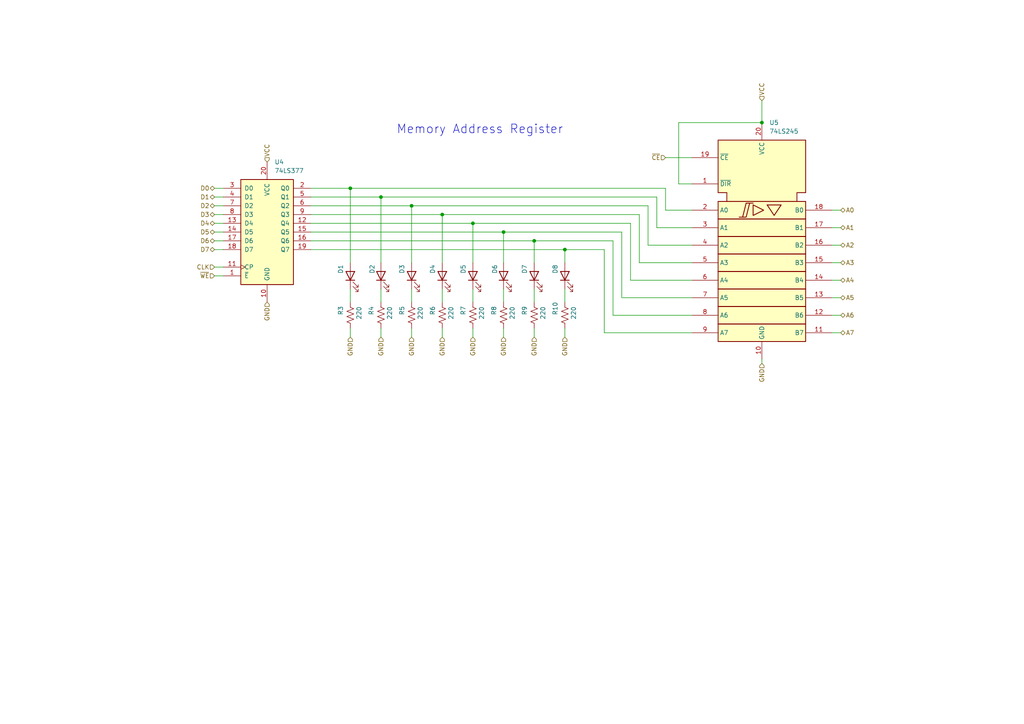
<source format=kicad_sch>
(kicad_sch (version 20250114) (generator "eeschema") (generator_version "9.0")
  (paper "A4")
  (lib_symbols
    (symbol "74xx:74LS377" (pin_names (offset 1.016))
      (property "Reference" "U" (at -7.62 16.51 0))
      (property "Value" "74LS377" (at -7.62 -16.51 0))
      (symbol "74LS377_1_0"
        (pin input line (at -12.7 12.7 0) (length 5.08) (name "D0") (number "3"))
        (pin input line (at -12.7 10.16 0) (length 5.08) (name "D1") (number "4"))
        (pin input line (at -12.7 7.62 0) (length 5.08) (name "D2") (number "7"))
        (pin input line (at -12.7 5.08 0) (length 5.08) (name "D3") (number "8"))
        (pin input line (at -12.7 2.54 0) (length 5.08) (name "D4") (number "13"))
        (pin input line (at -12.7 0 0) (length 5.08) (name "D5") (number "14"))
        (pin input line (at -12.7 -2.54 0) (length 5.08) (name "D6") (number "17"))
        (pin input line (at -12.7 -5.08 0) (length 5.08) (name "D7") (number "18"))
        (pin input clock (at -12.7 -10.16 0) (length 5.08) (name "CP") (number "11"))
        (pin input line (at -12.7 -12.7 0) (length 5.08) (name "~{E}") (number "1"))
        (pin power_in line (at 0 20.32 270) (length 5.08) (name "VCC") (number "20"))
        (pin power_in line (at 0 -20.32 90) (length 5.08) (name "GND") (number "10"))
        (pin output line (at 12.7 12.7 180) (length 5.08) (name "Q0") (number "2"))
        (pin output line (at 12.7 10.16 180) (length 5.08) (name "Q1") (number "5"))
        (pin output line (at 12.7 7.62 180) (length 5.08) (name "Q2") (number "6"))
        (pin output line (at 12.7 5.08 180) (length 5.08) (name "Q3") (number "9"))
        (pin output line (at 12.7 2.54 180) (length 5.08) (name "Q4") (number "12"))
        (pin output line (at 12.7 0 180) (length 5.08) (name "Q5") (number "15"))
        (pin output line (at 12.7 -2.54 180) (length 5.08) (name "Q6") (number "16"))
        (pin output line (at 12.7 -5.08 180) (length 5.08) (name "Q7") (number "19"))
      )
      (symbol "74LS377_1_1"
        (rectangle (start -7.62 15.24) (end 7.62 -15.24) (stroke (width 0.254)) (fill (type background)))
      )
    )
    (symbol "74xx_IEEE:74LS245"
      (property "Reference" "U" (at 15.24 25.4 0))
      (property "Value" "74LS245" (at 5.08 -30.48 0))
      (symbol "74LS245_0_0"
        (polyline (pts (xy -6.604 10.668) (xy -4.572 10.668) (xy -3.556 14.732) (xy -2.54 14.732) (xy -4.572 14.732) (xy -5.588 10.668) (xy -5.588 10.668)) (stroke (width 0.254)) (fill (type background)))
        (polyline (pts (xy -2.54 14.224) (xy -2.54 11.176) (xy 0.508 12.7) (xy -2.54 14.224) (xy -2.54 14.224)) (stroke (width 0.254)) (fill (type background)))
        (polyline (pts (xy 1.524 14.224) (xy 5.588 14.224) (xy 3.556 11.176) (xy 1.524 14.224) (xy 1.524 14.224)) (stroke (width 0.254)) (fill (type background)))
        (pin power_in line (at 0 38.1 270) (length 5.08) (name "VCC") (number "20"))
        (pin power_in line (at 0 -30.48 90) (length 5.08) (name "GND") (number "10"))
      )
      (symbol "74LS245_0_1"
        (rectangle (start -12.7 15.24) (end 12.7 10.16) (stroke (width 0.254)) (fill (type background)))
        (rectangle (start -12.7 10.16) (end 12.7 5.08) (stroke (width 0.254)) (fill (type background)))
        (rectangle (start -12.7 5.08) (end 12.7 0) (stroke (width 0.254)) (fill (type background)))
        (rectangle (start -12.7 0) (end 12.7 -5.08) (stroke (width 0.254)) (fill (type background)))
        (rectangle (start -12.7 -5.08) (end 12.7 -10.16) (stroke (width 0.254)) (fill (type background)))
        (rectangle (start -12.7 -10.16) (end 12.7 -15.24) (stroke (width 0.254)) (fill (type background)))
        (rectangle (start -12.7 -15.24) (end 12.7 -20.32) (stroke (width 0.254)) (fill (type background)))
        (rectangle (start -12.7 -20.32) (end 12.7 -25.4) (stroke (width 0.254)) (fill (type background)))
        (polyline (pts (xy -10.16 15.24) (xy -10.16 17.78) (xy -12.7 17.78) (xy -12.7 33.02) (xy 12.7 33.02) (xy 12.7 17.78) (xy 10.16 17.78) (xy 10.16 15.24) (xy 10.16 15.24)) (stroke (width 0.254)) (fill (type background)))
      )
      (symbol "74LS245_1_1"
        (pin input line (at -20.32 27.94 0) (length 7.62) (name "~{CE}") (number "19"))
        (pin input line (at -20.32 20.32 0) (length 7.62) (name "~{DIR}") (number "1"))
        (pin tri_state line (at -20.32 12.7 0) (length 7.62) (name "A0") (number "2"))
        (pin tri_state line (at -20.32 7.62 0) (length 7.62) (name "A1") (number "3"))
        (pin tri_state line (at -20.32 2.54 0) (length 7.62) (name "A2") (number "4"))
        (pin tri_state line (at -20.32 -2.54 0) (length 7.62) (name "A3") (number "5"))
        (pin tri_state line (at -20.32 -7.62 0) (length 7.62) (name "A4") (number "6"))
        (pin tri_state line (at -20.32 -12.7 0) (length 7.62) (name "A5") (number "7"))
        (pin tri_state line (at -20.32 -17.78 0) (length 7.62) (name "A6") (number "8"))
        (pin tri_state line (at -20.32 -22.86 0) (length 7.62) (name "A7") (number "9"))
        (pin tri_state line (at 20.32 12.7 180) (length 7.62) (name "B0") (number "18"))
        (pin tri_state line (at 20.32 7.62 180) (length 7.62) (name "B1") (number "17"))
        (pin tri_state line (at 20.32 2.54 180) (length 7.62) (name "B2") (number "16"))
        (pin tri_state line (at 20.32 -2.54 180) (length 7.62) (name "B3") (number "15"))
        (pin tri_state line (at 20.32 -7.62 180) (length 7.62) (name "B4") (number "14"))
        (pin tri_state line (at 20.32 -12.7 180) (length 7.62) (name "B5") (number "13"))
        (pin tri_state line (at 20.32 -17.78 180) (length 7.62) (name "B6") (number "12"))
        (pin tri_state line (at 20.32 -22.86 180) (length 7.62) (name "B7") (number "11"))
      )
    )
    (symbol "Device:LED" (pin_numbers (hide yes)) (pin_names (offset 1.016) (hide yes))
      (property "Reference" "D" (at 0 2.54 0))
      (property "Value" "LED" (at 0 -2.54 0))
      (symbol "LED_0_1"
        (polyline (pts (xy -3.048 -0.762) (xy -4.572 -2.286) (xy -3.81 -2.286) (xy -4.572 -2.286) (xy -4.572 -1.524)))
        (polyline (pts (xy -1.778 -0.762) (xy -3.302 -2.286) (xy -2.54 -2.286) (xy -3.302 -2.286) (xy -3.302 -1.524)))
        (polyline (pts (xy -1.27 0) (xy 1.27 0)))
        (polyline (pts (xy -1.27 -1.27) (xy -1.27 1.27)) (stroke (width 0.254)))
        (polyline (pts (xy 1.27 -1.27) (xy 1.27 1.27) (xy -1.27 0) (xy 1.27 -1.27)) (stroke (width 0.254)))
      )
      (symbol "LED_1_1"
        (pin passive line (at -3.81 0 0) (length 2.54) (name "K") (number "1"))
        (pin passive line (at 3.81 0 180) (length 2.54) (name "A") (number "2"))
      )
    )
    (symbol "Device:R_US" (pin_numbers (hide yes)) (pin_names (offset 0))
      (property "Reference" "R" (at 2.54 0 90))
      (property "Value" "R_US" (at -2.54 0 90))
      (symbol "R_US_0_1"
        (polyline (pts (xy 0 2.286) (xy 0 2.54)))
        (polyline (pts (xy 0 2.286) (xy 1.016 1.905) (xy 0 1.524) (xy -1.016 1.143) (xy 0 0.762)))
        (polyline (pts (xy 0 0.762) (xy 1.016 0.381) (xy 0 0) (xy -1.016 -0.381) (xy 0 -0.762)))
        (polyline (pts (xy 0 -0.762) (xy 1.016 -1.143) (xy 0 -1.524) (xy -1.016 -1.905) (xy 0 -2.286)))
        (polyline (pts (xy 0 -2.286) (xy 0 -2.54)))
      )
      (symbol "R_US_1_1"
        (pin passive line (at 0 3.81 270) (length 1.27) (name "~") (number "1"))
        (pin passive line (at 0 -3.81 90) (length 1.27) (name "~") (number "2"))
      )
    )
  )
  (text "Memory Address Register" (at 139.192 37.592 0) (effects (font (size 2.54 2.54))))
  (junction (at 137.16 64.77))
  (junction (at 101.6 54.61))
  (junction (at 110.49 57.15))
  (junction (at 220.98 35.56))
  (junction (at 128.27 62.23))
  (junction (at 119.38 59.69))
  (junction (at 146.05 67.31))
  (junction (at 154.94 69.85))
  (junction (at 163.83 72.39))
  (wire (pts (xy 241.3 96.52) (xy 243.84 96.52)))
  (wire (pts (xy 175.26 96.52) (xy 200.66 96.52)))
  (wire (pts (xy 154.94 87.63) (xy 154.94 83.82)))
  (wire (pts (xy 146.05 67.31) (xy 146.05 76.2)))
  (wire (pts (xy 128.27 62.23) (xy 185.42 62.23)))
  (wire (pts (xy 182.88 81.28) (xy 200.66 81.28)))
  (wire (pts (xy 182.88 64.77) (xy 182.88 81.28)))
  (wire (pts (xy 241.3 81.28) (xy 243.84 81.28)))
  (wire (pts (xy 128.27 87.63) (xy 128.27 83.82)))
  (wire (pts (xy 62.23 54.61) (xy 64.77 54.61)))
  (wire (pts (xy 154.94 69.85) (xy 154.94 76.2)))
  (wire (pts (xy 220.98 29.21) (xy 220.98 35.56)))
  (wire (pts (xy 220.98 35.56) (xy 196.85 35.56)))
  (wire (pts (xy 187.96 59.69) (xy 187.96 71.12)))
  (wire (pts (xy 119.38 87.63) (xy 119.38 83.82)))
  (wire (pts (xy 101.6 87.63) (xy 101.6 83.82)))
  (wire (pts (xy 241.3 60.96) (xy 243.84 60.96)))
  (wire (pts (xy 110.49 57.15) (xy 110.49 76.2)))
  (wire (pts (xy 90.17 69.85) (xy 154.94 69.85)))
  (wire (pts (xy 196.85 53.34) (xy 200.66 53.34)))
  (wire (pts (xy 193.04 60.96) (xy 200.66 60.96)))
  (wire (pts (xy 119.38 97.79) (xy 119.38 95.25)))
  (wire (pts (xy 119.38 59.69) (xy 187.96 59.69)))
  (wire (pts (xy 175.26 72.39) (xy 175.26 96.52)))
  (wire (pts (xy 128.27 62.23) (xy 128.27 76.2)))
  (wire (pts (xy 62.23 67.31) (xy 64.77 67.31)))
  (wire (pts (xy 62.23 69.85) (xy 64.77 69.85)))
  (wire (pts (xy 110.49 57.15) (xy 190.5 57.15)))
  (wire (pts (xy 90.17 72.39) (xy 163.83 72.39)))
  (wire (pts (xy 90.17 64.77) (xy 137.16 64.77)))
  (wire (pts (xy 241.3 76.2) (xy 243.84 76.2)))
  (wire (pts (xy 137.16 97.79) (xy 137.16 95.25)))
  (wire (pts (xy 137.16 87.63) (xy 137.16 83.82)))
  (wire (pts (xy 146.05 67.31) (xy 180.34 67.31)))
  (wire (pts (xy 177.8 91.44) (xy 200.66 91.44)))
  (wire (pts (xy 241.3 71.12) (xy 243.84 71.12)))
  (wire (pts (xy 163.83 87.63) (xy 163.83 83.82)))
  (wire (pts (xy 163.83 97.79) (xy 163.83 95.25)))
  (wire (pts (xy 190.5 57.15) (xy 190.5 66.04)))
  (wire (pts (xy 146.05 87.63) (xy 146.05 83.82)))
  (wire (pts (xy 62.23 62.23) (xy 64.77 62.23)))
  (wire (pts (xy 177.8 69.85) (xy 177.8 91.44)))
  (wire (pts (xy 62.23 64.77) (xy 64.77 64.77)))
  (wire (pts (xy 137.16 64.77) (xy 137.16 76.2)))
  (wire (pts (xy 193.04 45.72) (xy 200.66 45.72)))
  (wire (pts (xy 90.17 67.31) (xy 146.05 67.31)))
  (wire (pts (xy 101.6 54.61) (xy 101.6 76.2)))
  (wire (pts (xy 62.23 57.15) (xy 64.77 57.15)))
  (wire (pts (xy 62.23 80.01) (xy 64.77 80.01)))
  (wire (pts (xy 196.85 35.56) (xy 196.85 53.34)))
  (wire (pts (xy 90.17 62.23) (xy 128.27 62.23)))
  (wire (pts (xy 119.38 59.69) (xy 119.38 76.2)))
  (wire (pts (xy 241.3 66.04) (xy 243.84 66.04)))
  (wire (pts (xy 241.3 86.36) (xy 243.84 86.36)))
  (wire (pts (xy 62.23 59.69) (xy 64.77 59.69)))
  (wire (pts (xy 128.27 97.79) (xy 128.27 95.25)))
  (wire (pts (xy 185.42 62.23) (xy 185.42 76.2)))
  (wire (pts (xy 90.17 57.15) (xy 110.49 57.15)))
  (wire (pts (xy 187.96 71.12) (xy 200.66 71.12)))
  (wire (pts (xy 154.94 97.79) (xy 154.94 95.25)))
  (wire (pts (xy 180.34 86.36) (xy 200.66 86.36)))
  (wire (pts (xy 163.83 72.39) (xy 175.26 72.39)))
  (wire (pts (xy 163.83 72.39) (xy 163.83 76.2)))
  (wire (pts (xy 101.6 54.61) (xy 193.04 54.61)))
  (wire (pts (xy 62.23 77.47) (xy 64.77 77.47)))
  (wire (pts (xy 185.42 76.2) (xy 200.66 76.2)))
  (wire (pts (xy 62.23 72.39) (xy 64.77 72.39)))
  (wire (pts (xy 190.5 66.04) (xy 200.66 66.04)))
  (wire (pts (xy 90.17 59.69) (xy 119.38 59.69)))
  (wire (pts (xy 220.98 104.14) (xy 220.98 105.41)))
  (wire (pts (xy 110.49 97.79) (xy 110.49 95.25)))
  (wire (pts (xy 193.04 54.61) (xy 193.04 60.96)))
  (wire (pts (xy 101.6 97.79) (xy 101.6 95.25)))
  (wire (pts (xy 137.16 64.77) (xy 182.88 64.77)))
  (wire (pts (xy 241.3 91.44) (xy 243.84 91.44)))
  (wire (pts (xy 90.17 54.61) (xy 101.6 54.61)))
  (wire (pts (xy 154.94 69.85) (xy 177.8 69.85)))
  (wire (pts (xy 146.05 97.79) (xy 146.05 95.25)))
  (wire (pts (xy 110.49 87.63) (xy 110.49 83.82)))
  (wire (pts (xy 180.34 67.31) (xy 180.34 86.36)))
  (hierarchical_label "A0" (shape tri_state) (at 243.84 60.96 0))
  (hierarchical_label "D2" (shape tri_state) (at 62.23 59.69 180))
  (hierarchical_label "GND" (shape input) (at 77.47 87.63 270))
  (hierarchical_label "CLK" (shape input) (at 62.23 77.47 180))
  (hierarchical_label "GND" (shape input) (at 101.6 97.79 270))
  (hierarchical_label "~{WE}" (shape input) (at 62.23 80.01 180))
  (hierarchical_label "GND" (shape input) (at 163.83 97.79 270))
  (hierarchical_label "D6" (shape tri_state) (at 62.23 69.85 180))
  (hierarchical_label "GND" (shape input) (at 119.38 97.79 270))
  (hierarchical_label "A1" (shape tri_state) (at 243.84 66.04 0))
  (hierarchical_label "D3" (shape tri_state) (at 62.23 62.23 180))
  (hierarchical_label "VCC" (shape input) (at 220.98 29.21 90))
  (hierarchical_label "D4" (shape tri_state) (at 62.23 64.77 180))
  (hierarchical_label "A3" (shape tri_state) (at 243.84 76.2 0))
  (hierarchical_label "GND" (shape input) (at 220.98 105.41 270))
  (hierarchical_label "GND" (shape input) (at 146.05 97.79 270))
  (hierarchical_label "A5" (shape tri_state) (at 243.84 86.36 0))
  (hierarchical_label "A7" (shape tri_state) (at 243.84 96.52 0))
  (hierarchical_label "GND" (shape input) (at 154.94 97.79 270))
  (hierarchical_label "~{CE}" (shape input) (at 193.04 45.72 180))
  (hierarchical_label "A4" (shape tri_state) (at 243.84 81.28 0))
  (hierarchical_label "D0" (shape tri_state) (at 62.23 54.61 180))
  (hierarchical_label "GND" (shape input) (at 110.49 97.79 270))
  (hierarchical_label "GND" (shape input) (at 128.27 97.79 270))
  (hierarchical_label "A2" (shape tri_state) (at 243.84 71.12 0))
  (hierarchical_label "GND" (shape input) (at 137.16 97.79 270))
  (hierarchical_label "VCC" (shape input) (at 77.47 46.99 90))
  (hierarchical_label "D5" (shape tri_state) (at 62.23 67.31 180))
  (hierarchical_label "D7" (shape tri_state) (at 62.23 72.39 180))
  (hierarchical_label "D1" (shape tri_state) (at 62.23 57.15 180))
  (hierarchical_label "A6" (shape tri_state) (at 243.84 91.44 0))
  (symbol (lib_id "74xx_IEEE:74LS245") (at 220.98 73.66 0) (unit 1)
    (property "Reference" "U5" (at 223.1233 35.56 0) (effects (justify left)))
    (property "Value" "74LS245" (at 223.1233 38.1 0) (effects (justify left)))
    (property "Footprint" "Package_DIP:DIP-20_W7.62mm" (effects (hide yes)))
    (instances (project "03_Memory" (path "" (reference "U5") (unit 1)) (path "" (reference "U7") (unit 1))))
  )
  (symbol (lib_id "Device:LED") (at 163.83 80.01 90) (unit 1)
    (property "Reference" "D8" (at 161.036 76.708 0) (effects (justify right)))
    (property "Value" "LED" (effects (hide yes)))
    (property "Footprint" "LED_THT:LED_D3.0mm" (effects (hide yes)))
    (property "Description" "Light emitting diode" (effects (hide yes)))
    (property "Sim.Pins" "1=K 2=A" (effects (hide yes)))
    (instances (project "03_Memory" (path "" (reference "D8") (unit 1)) (path "" (reference "D16") (unit 1))))
  )
  (symbol (lib_id "Device:R_US") (at 101.6 91.44 0) (unit 1)
    (property "Reference" "R3" (at 98.806 91.44 90) (effects (justify left)))
    (property "Value" "220" (at 104.14 92.7099 90) (effects (justify left)))
    (property "Footprint" "Resistor_THT:R_Axial_DIN0207_L6.3mm_D2.5mm_P10.16mm_Horizontal" (effects (hide yes)))
    (property "Description" "Resistor, US symbol" (effects (hide yes)))
    (instances (project "03_Memory" (path "" (reference "R3") (unit 1)) (path "" (reference "R11") (unit 1))))
  )
  (symbol (lib_id "Device:R_US") (at 110.49 91.44 0) (unit 1)
    (property "Reference" "R4" (at 107.696 91.44 90) (effects (justify left)))
    (property "Value" "220" (at 113.03 92.7099 90) (effects (justify left)))
    (property "Footprint" "Resistor_THT:R_Axial_DIN0207_L6.3mm_D2.5mm_P10.16mm_Horizontal" (effects (hide yes)))
    (property "Description" "Resistor, US symbol" (effects (hide yes)))
    (instances (project "03_Memory" (path "" (reference "R4") (unit 1)) (path "" (reference "R12") (unit 1))))
  )
  (symbol (lib_id "Device:LED") (at 137.16 80.01 90) (unit 1)
    (property "Reference" "D5" (at 134.366 76.708 0) (effects (justify right)))
    (property "Value" "LED" (effects (hide yes)))
    (property "Footprint" "LED_THT:LED_D3.0mm" (effects (hide yes)))
    (property "Description" "Light emitting diode" (effects (hide yes)))
    (property "Sim.Pins" "1=K 2=A" (effects (hide yes)))
    (instances (project "03_Memory" (path "" (reference "D5") (unit 1)) (path "" (reference "D13") (unit 1))))
  )
  (symbol (lib_id "Device:R_US") (at 128.27 91.44 0) (unit 1)
    (property "Reference" "R6" (at 125.476 91.44 90) (effects (justify left)))
    (property "Value" "220" (at 130.81 92.7099 90) (effects (justify left)))
    (property "Footprint" "Resistor_THT:R_Axial_DIN0207_L6.3mm_D2.5mm_P10.16mm_Horizontal" (effects (hide yes)))
    (property "Description" "Resistor, US symbol" (effects (hide yes)))
    (instances (project "03_Memory" (path "" (reference "R6") (unit 1)) (path "" (reference "R14") (unit 1))))
  )
  (symbol (lib_id "Device:R_US") (at 146.05 91.44 0) (unit 1)
    (property "Reference" "R8" (at 143.256 91.44 90) (effects (justify left)))
    (property "Value" "220" (at 148.59 92.7099 90) (effects (justify left)))
    (property "Footprint" "Resistor_THT:R_Axial_DIN0207_L6.3mm_D2.5mm_P10.16mm_Horizontal" (effects (hide yes)))
    (property "Description" "Resistor, US symbol" (effects (hide yes)))
    (instances (project "03_Memory" (path "" (reference "R8") (unit 1)) (path "" (reference "R16") (unit 1))))
  )
  (symbol (lib_id "Device:R_US") (at 154.94 91.44 0) (unit 1)
    (property "Reference" "R9" (at 152.146 91.44 90) (effects (justify left)))
    (property "Value" "220" (at 157.48 92.7099 90) (effects (justify left)))
    (property "Footprint" "Resistor_THT:R_Axial_DIN0207_L6.3mm_D2.5mm_P10.16mm_Horizontal" (effects (hide yes)))
    (property "Description" "Resistor, US symbol" (effects (hide yes)))
    (instances (project "03_Memory" (path "" (reference "R9") (unit 1)) (path "" (reference "R17") (unit 1))))
  )
  (symbol (lib_id "Device:LED") (at 146.05 80.01 90) (unit 1)
    (property "Reference" "D6" (at 143.51 76.708 0) (effects (justify right)))
    (property "Value" "LED" (effects (hide yes)))
    (property "Footprint" "LED_THT:LED_D3.0mm" (effects (hide yes)))
    (property "Description" "Light emitting diode" (effects (hide yes)))
    (property "Sim.Pins" "1=K 2=A" (effects (hide yes)))
    (instances (project "03_Memory" (path "" (reference "D6") (unit 1)) (path "" (reference "D14") (unit 1))))
  )
  (symbol (lib_id "Device:R_US") (at 137.16 91.44 0) (unit 1)
    (property "Reference" "R7" (at 134.366 91.44 90) (effects (justify left)))
    (property "Value" "220" (at 139.7 92.7099 90) (effects (justify left)))
    (property "Footprint" "Resistor_THT:R_Axial_DIN0207_L6.3mm_D2.5mm_P10.16mm_Horizontal" (effects (hide yes)))
    (property "Description" "Resistor, US symbol" (effects (hide yes)))
    (instances (project "03_Memory" (path "" (reference "R7") (unit 1)) (path "" (reference "R15") (unit 1))))
  )
  (symbol (lib_id "Device:LED") (at 128.27 80.01 90) (unit 1)
    (property "Reference" "D4" (at 125.476 76.708 0) (effects (justify right)))
    (property "Value" "LED" (effects (hide yes)))
    (property "Footprint" "LED_THT:LED_D3.0mm" (effects (hide yes)))
    (property "Description" "Light emitting diode" (effects (hide yes)))
    (property "Sim.Pins" "1=K 2=A" (effects (hide yes)))
    (instances (project "03_Memory" (path "" (reference "D4") (unit 1)) (path "" (reference "D12") (unit 1))))
  )
  (symbol (lib_id "Device:R_US") (at 163.83 91.44 0) (unit 1)
    (property "Reference" "R10" (at 161.036 91.44 90) (effects (justify left)))
    (property "Value" "220" (at 166.37 92.7099 90) (effects (justify left)))
    (property "Footprint" "Resistor_THT:R_Axial_DIN0207_L6.3mm_D2.5mm_P10.16mm_Horizontal" (effects (hide yes)))
    (property "Description" "Resistor, US symbol" (effects (hide yes)))
    (instances (project "03_Memory" (path "" (reference "R10") (unit 1)) (path "" (reference "R18") (unit 1))))
  )
  (symbol (lib_id "Device:LED") (at 119.38 80.01 90) (unit 1)
    (property "Reference" "D3" (at 116.586 76.708 0) (effects (justify right)))
    (property "Value" "LED" (effects (hide yes)))
    (property "Footprint" "LED_THT:LED_D3.0mm" (effects (hide yes)))
    (property "Description" "Light emitting diode" (effects (hide yes)))
    (property "Sim.Pins" "1=K 2=A" (effects (hide yes)))
    (instances (project "03_Memory" (path "" (reference "D3") (unit 1)) (path "" (reference "D11") (unit 1))))
  )
  (symbol (lib_id "Device:LED") (at 101.6 80.01 90) (unit 1)
    (property "Reference" "D1" (at 98.806 76.708 0) (effects (justify right)))
    (property "Value" "LED" (effects (hide yes)))
    (property "Footprint" "LED_THT:LED_D3.0mm" (effects (hide yes)))
    (property "Description" "Light emitting diode" (effects (hide yes)))
    (property "Sim.Pins" "1=K 2=A" (effects (hide yes)))
    (instances (project "03_Memory" (path "" (reference "D1") (unit 1)) (path "" (reference "D9") (unit 1))))
  )
  (symbol (lib_id "Device:R_US") (at 119.38 91.44 0) (unit 1)
    (property "Reference" "R5" (at 116.586 91.44 90) (effects (justify left)))
    (property "Value" "220" (at 121.92 92.7099 90) (effects (justify left)))
    (property "Footprint" "Resistor_THT:R_Axial_DIN0207_L6.3mm_D2.5mm_P10.16mm_Horizontal" (effects (hide yes)))
    (property "Description" "Resistor, US symbol" (effects (hide yes)))
    (instances (project "03_Memory" (path "" (reference "R5") (unit 1)) (path "" (reference "R13") (unit 1))))
  )
  (symbol (lib_id "74xx:74LS377") (at 77.47 67.31 0) (unit 1)
    (property "Reference" "U4" (at 79.6133 46.99 0) (effects (justify left)))
    (property "Value" "74LS377" (at 79.6133 49.53 0) (effects (justify left)))
    (property "Footprint" "Package_DIP:DIP-20_W7.62mm" (effects (hide yes)))
    (property "Datasheet" "http://www.ti.com/lit/gpn/sn74LS377" (effects (hide yes)))
    (property "Description" "8-bit Register" (effects (hide yes)))
    (instances (project "03_Memory" (path "" (reference "U4") (unit 1)) (path "" (reference "U6") (unit 1))))
  )
  (symbol (lib_id "Device:LED") (at 154.94 80.01 90) (unit 1)
    (property "Reference" "D7" (at 152.146 76.708 0) (effects (justify right)))
    (property "Value" "LED" (effects (hide yes)))
    (property "Footprint" "LED_THT:LED_D3.0mm" (effects (hide yes)))
    (property "Description" "Light emitting diode" (effects (hide yes)))
    (property "Sim.Pins" "1=K 2=A" (effects (hide yes)))
    (instances (project "03_Memory" (path "" (reference "D7") (unit 1)) (path "" (reference "D15") (unit 1))))
  )
  (symbol (lib_id "Device:LED") (at 110.49 80.01 90) (unit 1)
    (property "Reference" "D2" (at 107.95 76.708 0) (effects (justify right)))
    (property "Value" "LED" (effects (hide yes)))
    (property "Footprint" "LED_THT:LED_D3.0mm" (effects (hide yes)))
    (property "Description" "Light emitting diode" (effects (hide yes)))
    (property "Sim.Pins" "1=K 2=A" (effects (hide yes)))
    (instances (project "03_Memory" (path "" (reference "D2") (unit 1)) (path "" (reference "D10") (unit 1))))
  )
)
</source>
